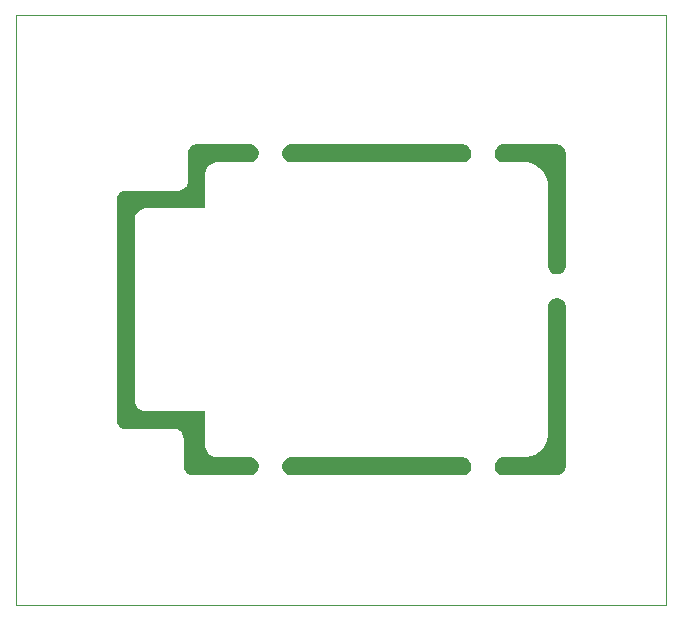
<source format=gbr>
%TF.GenerationSoftware,Altium Limited,Altium Designer,24.8.2 (39)*%
G04 Layer_Color=0*
%FSLAX45Y45*%
%MOMM*%
%TF.SameCoordinates,B03309B8-0E9A-45A2-8570-9956D1A1A338*%
%TF.FilePolarity,Positive*%
%TF.FileFunction,Profile,NP*%
%TF.Part,CustomerPanel*%
G01*
G75*
%TA.AperFunction,Profile*%
%ADD142C,0.02540*%
G36*
X925000Y1490000D02*
X917613D01*
X903123Y1492882D01*
X889474Y1498535D01*
X877190Y1506743D01*
X866744Y1517190D01*
X858536Y1529474D01*
X852882Y1543123D01*
X850000Y1557613D01*
X850000Y1565000D01*
Y1565000D01*
Y3435000D01*
X850000Y3442387D01*
X852882Y3456876D01*
X858536Y3470525D01*
X866744Y3482809D01*
X877190Y3493256D01*
X889474Y3501464D01*
X903123Y3507117D01*
X917613Y3510000D01*
X925000Y3509999D01*
X925000Y3510000D01*
X1375000Y3510000D01*
X1382351Y3510361D01*
X1396771Y3513229D01*
X1410355Y3518856D01*
X1422580Y3527024D01*
X1432976Y3537420D01*
X1441144Y3549645D01*
X1446771Y3563229D01*
X1449639Y3577648D01*
X1450000Y3585000D01*
X1450000Y3585000D01*
X1450000Y3825000D01*
X1450000Y3832387D01*
X1452882Y3846876D01*
X1458536Y3860526D01*
X1466743Y3872809D01*
X1477190Y3883256D01*
X1489474Y3891464D01*
X1503123Y3897117D01*
X1517613Y3900000D01*
X1525000Y3900000D01*
X1525000Y3900000D01*
X1975000Y3900000D01*
X1984874D01*
X2003949Y3894889D01*
X2021051Y3885015D01*
X2035015Y3871051D01*
X2044889Y3853949D01*
X2050000Y3834874D01*
Y3815126D01*
X2044889Y3796051D01*
X2035015Y3778949D01*
X2021051Y3764985D01*
X2003949Y3755111D01*
X1984874Y3750000D01*
X1975000D01*
D01*
X1700001D01*
X1690200Y3749519D01*
X1670973Y3745694D01*
X1652862Y3738192D01*
X1636562Y3727301D01*
X1622700Y3713439D01*
X1611809Y3697140D01*
X1604307Y3679028D01*
X1600483Y3659802D01*
X1600001Y3650000D01*
D01*
X1600000Y3360000D01*
X1100001D01*
X1090199Y3359518D01*
X1070972Y3355694D01*
X1052861Y3348192D01*
X1036562Y3337301D01*
X1022700Y3323439D01*
X1011809Y3307139D01*
X1004307Y3289028D01*
X1000483Y3269802D01*
X1000001Y3260000D01*
D01*
Y1740000D01*
X1000483Y1730198D01*
X1004307Y1710971D01*
X1011809Y1692860D01*
X1022700Y1676561D01*
X1036562Y1662699D01*
X1052861Y1651808D01*
X1070973Y1644306D01*
X1090199Y1640481D01*
X1100001Y1640000D01*
D01*
X1600000D01*
Y1350000D01*
X1600482Y1340198D01*
X1604306Y1320971D01*
X1611808Y1302860D01*
X1622700Y1286560D01*
X1636561Y1272698D01*
X1652861Y1261807D01*
X1670973Y1254306D01*
X1690199Y1250481D01*
X1700001Y1250000D01*
X1700001D01*
X1975000D01*
X1984874D01*
X2003949Y1244889D01*
X2021051Y1235015D01*
X2035015Y1221051D01*
X2044889Y1203949D01*
X2050000Y1184874D01*
Y1165126D01*
X2044889Y1146051D01*
X2035015Y1128949D01*
X2021051Y1114985D01*
X2003949Y1105111D01*
X1984874Y1100000D01*
X1975000D01*
D01*
X1489724Y1100000D01*
X1490000Y1100000D01*
X1482613D01*
X1468123Y1102882D01*
X1454474Y1108535D01*
X1442190Y1116743D01*
X1431743Y1127190D01*
X1423536Y1139474D01*
X1417882Y1153123D01*
X1415000Y1167613D01*
X1415000Y1175000D01*
Y1175000D01*
X1414999Y1415000D01*
X1414639Y1422351D01*
X1411770Y1436771D01*
X1406144Y1450355D01*
X1397976Y1462579D01*
X1387579Y1472976D01*
X1375354Y1481144D01*
X1361771Y1486770D01*
X1347351Y1489639D01*
X1340000Y1490000D01*
X1340000Y1490000D01*
X925000Y1490000D01*
D02*
G37*
G36*
X4125000Y1100000D02*
X4115126D01*
X4096051Y1105111D01*
X4078949Y1114985D01*
X4064985Y1128949D01*
X4055111Y1146051D01*
X4050000Y1165126D01*
Y1184874D01*
X4055111Y1203949D01*
X4064985Y1221051D01*
X4078949Y1235015D01*
X4096051Y1244889D01*
X4115126Y1250000D01*
X4125000D01*
D01*
X4300000D01*
X4319604Y1250963D01*
X4358057Y1258612D01*
X4394280Y1273615D01*
X4426879Y1295397D01*
X4454603Y1323121D01*
X4476385Y1355720D01*
X4491389Y1391943D01*
X4499038Y1430396D01*
X4500001Y1450000D01*
X4500001Y1450000D01*
X4500000Y2525000D01*
Y2534874D01*
X4505111Y2553949D01*
X4514985Y2571051D01*
X4528949Y2585015D01*
X4546051Y2594889D01*
X4565126Y2600000D01*
X4584874D01*
X4603949Y2594889D01*
X4621051Y2585015D01*
X4635015Y2571051D01*
X4644889Y2553949D01*
X4650000Y2534874D01*
Y2525000D01*
D01*
X4650000Y1175000D01*
X4650000Y1167613D01*
X4647117Y1153123D01*
X4641464Y1139474D01*
X4633256Y1127190D01*
X4622809Y1116744D01*
X4610525Y1108536D01*
X4596876Y1102882D01*
X4582387Y1100000D01*
X4575000Y1100000D01*
X4575000D01*
X4125000Y1100000D01*
D02*
G37*
G36*
Y3750000D02*
X4115126D01*
X4096051Y3755111D01*
X4078949Y3764985D01*
X4064985Y3778948D01*
X4055111Y3796051D01*
X4050000Y3815126D01*
Y3834873D01*
X4055111Y3853949D01*
X4064985Y3871051D01*
X4078949Y3885015D01*
X4096051Y3894889D01*
X4115126Y3900000D01*
X4125000D01*
D01*
X4574999Y3900000D01*
X4582386Y3900000D01*
X4596876Y3897118D01*
X4610525Y3891464D01*
X4622809Y3883256D01*
X4633256Y3872810D01*
X4641464Y3860526D01*
X4647117Y3846876D01*
X4650000Y3832387D01*
X4649999Y3825000D01*
X4650000Y3825000D01*
X4650001Y2875000D01*
Y2865126D01*
X4644889Y2846051D01*
X4635015Y2828949D01*
X4621051Y2814985D01*
X4603949Y2805111D01*
X4584874Y2800000D01*
X4565127D01*
X4546051Y2805111D01*
X4528949Y2814985D01*
X4514985Y2828949D01*
X4505111Y2846051D01*
X4500000Y2865126D01*
Y2875000D01*
D01*
X4500000Y3550000D01*
X4499037Y3569603D01*
X4491388Y3608057D01*
X4476384Y3644279D01*
X4454602Y3676878D01*
X4426879Y3704602D01*
X4394280Y3726384D01*
X4358058Y3741388D01*
X4319605Y3749037D01*
X4300001Y3750000D01*
Y3750000D01*
X4125000Y3750000D01*
D02*
G37*
G36*
X2325000D02*
X2315126D01*
X2296051Y3755111D01*
X2278949Y3764985D01*
X2264985Y3778948D01*
X2255111Y3796051D01*
X2250000Y3815126D01*
Y3834873D01*
X2255111Y3853949D01*
X2264985Y3871051D01*
X2278949Y3885015D01*
X2296051Y3894889D01*
X2315126Y3900000D01*
X2325000D01*
D01*
X3775000D01*
X3784874D01*
X3803949Y3894889D01*
X3821051Y3885015D01*
X3835015Y3871051D01*
X3844889Y3853949D01*
X3850000Y3834874D01*
Y3815126D01*
X3844889Y3796051D01*
X3835015Y3778949D01*
X3821051Y3764985D01*
X3803949Y3755111D01*
X3784874Y3750000D01*
X3775000D01*
D01*
X2325000Y3750000D01*
D02*
G37*
G36*
Y1100000D02*
X2315126D01*
X2296051Y1105111D01*
X2278949Y1114985D01*
X2264985Y1128949D01*
X2255111Y1146051D01*
X2250000Y1165126D01*
Y1184874D01*
X2255111Y1203949D01*
X2264985Y1221051D01*
X2278949Y1235015D01*
X2296051Y1244889D01*
X2315126Y1250000D01*
X2325000D01*
D01*
X3775000D01*
X3784874D01*
X3803949Y1244889D01*
X3821051Y1235015D01*
X3835015Y1221051D01*
X3844889Y1203949D01*
X3850000Y1184874D01*
Y1165126D01*
X3844889Y1146051D01*
X3835015Y1128949D01*
X3821051Y1114985D01*
X3803949Y1105111D01*
X3784874Y1100000D01*
X3775000D01*
D01*
X2325000Y1100000D01*
D02*
G37*
D142*
X-2Y-5D02*
Y4999995D01*
X5499998D01*
Y-5D01*
X-2D01*
%TF.MD5,4d5d879dadc9c567f7eea81c8fdc5f2d*%
M02*

</source>
